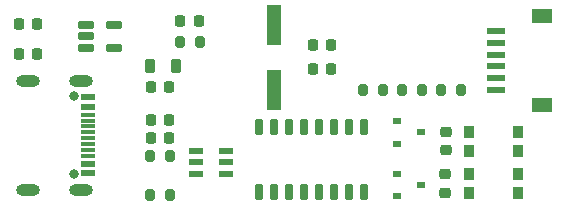
<source format=gts>
G04 #@! TF.GenerationSoftware,KiCad,Pcbnew,7.0.2*
G04 #@! TF.CreationDate,2023-10-30T14:31:13+01:00*
G04 #@! TF.ProjectId,programmer_board,70726f67-7261-46d6-9d65-725f626f6172,rev?*
G04 #@! TF.SameCoordinates,Original*
G04 #@! TF.FileFunction,Soldermask,Top*
G04 #@! TF.FilePolarity,Negative*
%FSLAX46Y46*%
G04 Gerber Fmt 4.6, Leading zero omitted, Abs format (unit mm)*
G04 Created by KiCad (PCBNEW 7.0.2) date 2023-10-30 14:31:13*
%MOMM*%
%LPD*%
G01*
G04 APERTURE LIST*
G04 Aperture macros list*
%AMRoundRect*
0 Rectangle with rounded corners*
0 $1 Rounding radius*
0 $2 $3 $4 $5 $6 $7 $8 $9 X,Y pos of 4 corners*
0 Add a 4 corners polygon primitive as box body*
4,1,4,$2,$3,$4,$5,$6,$7,$8,$9,$2,$3,0*
0 Add four circle primitives for the rounded corners*
1,1,$1+$1,$2,$3*
1,1,$1+$1,$4,$5*
1,1,$1+$1,$6,$7*
1,1,$1+$1,$8,$9*
0 Add four rect primitives between the rounded corners*
20,1,$1+$1,$2,$3,$4,$5,0*
20,1,$1+$1,$4,$5,$6,$7,0*
20,1,$1+$1,$6,$7,$8,$9,0*
20,1,$1+$1,$8,$9,$2,$3,0*%
G04 Aperture macros list end*
%ADD10R,1.550000X0.600000*%
%ADD11R,1.800000X1.200000*%
%ADD12R,0.800000X0.600000*%
%ADD13R,0.900000X1.000000*%
%ADD14RoundRect,0.200000X-0.200000X-0.275000X0.200000X-0.275000X0.200000X0.275000X-0.200000X0.275000X0*%
%ADD15RoundRect,0.225000X0.225000X0.250000X-0.225000X0.250000X-0.225000X-0.250000X0.225000X-0.250000X0*%
%ADD16RoundRect,0.049600X-0.260400X0.605400X-0.260400X-0.605400X0.260400X-0.605400X0.260400X0.605400X0*%
%ADD17RoundRect,0.060000X-0.615000X0.240000X-0.615000X-0.240000X0.615000X-0.240000X0.615000X0.240000X0*%
%ADD18RoundRect,0.040600X-0.564400X-0.249400X0.564400X-0.249400X0.564400X0.249400X-0.564400X0.249400X0*%
%ADD19RoundRect,0.200000X0.200000X0.275000X-0.200000X0.275000X-0.200000X-0.275000X0.200000X-0.275000X0*%
%ADD20RoundRect,0.225000X0.250000X-0.225000X0.250000X0.225000X-0.250000X0.225000X-0.250000X-0.225000X0*%
%ADD21RoundRect,0.225000X-0.225000X-0.250000X0.225000X-0.250000X0.225000X0.250000X-0.225000X0.250000X0*%
%ADD22RoundRect,0.218750X-0.218750X-0.256250X0.218750X-0.256250X0.218750X0.256250X-0.218750X0.256250X0*%
%ADD23C,0.800000*%
%ADD24R,1.250000X0.600000*%
%ADD25R,1.250000X0.300000*%
%ADD26O,2.000000X1.000000*%
%ADD27RoundRect,0.218750X-0.218750X-0.381250X0.218750X-0.381250X0.218750X0.381250X-0.218750X0.381250X0*%
%ADD28R,1.200000X3.500000*%
G04 APERTURE END LIST*
D10*
X125254000Y-92162000D03*
X125254000Y-91162000D03*
X125254000Y-90162000D03*
X125254000Y-89162000D03*
X125254000Y-88162000D03*
X125254000Y-87162000D03*
D11*
X129129000Y-93462000D03*
X129129000Y-85862000D03*
D12*
X116846000Y-99271500D03*
X116846000Y-101171500D03*
X118866000Y-100221500D03*
D13*
X127049000Y-99314000D03*
X122949000Y-99314000D03*
X127049000Y-100914000D03*
X122949000Y-100914000D03*
D14*
X95949000Y-101092000D03*
X97599000Y-101092000D03*
D15*
X97549000Y-94742000D03*
X95999000Y-94742000D03*
D14*
X98489000Y-88138000D03*
X100139000Y-88138000D03*
X95949000Y-97790000D03*
X97599000Y-97790000D03*
D16*
X114046000Y-95294000D03*
X112776000Y-95294000D03*
X111506000Y-95294000D03*
X110236000Y-95294000D03*
X108966000Y-95294000D03*
X107696000Y-95294000D03*
X106426000Y-95294000D03*
X105156000Y-95294000D03*
X105156000Y-100794000D03*
X106426000Y-100794000D03*
X107696000Y-100794000D03*
X108966000Y-100794000D03*
X110236000Y-100794000D03*
X111506000Y-100794000D03*
X112776000Y-100794000D03*
X114046000Y-100794000D03*
D15*
X86373000Y-89124000D03*
X84823000Y-89124000D03*
D17*
X90509000Y-86680000D03*
X90509000Y-87630000D03*
X90509000Y-88580000D03*
X92879000Y-88580000D03*
X92879000Y-86680000D03*
D18*
X99837000Y-97348000D03*
X99837000Y-98298000D03*
X99837000Y-99248000D03*
X102347000Y-99248000D03*
X102347000Y-98298000D03*
X102347000Y-97348000D03*
D14*
X113983000Y-92202000D03*
X115633000Y-92202000D03*
D13*
X127063500Y-95720000D03*
X122963500Y-95720000D03*
X127063500Y-97320000D03*
X122963500Y-97320000D03*
D19*
X118935000Y-92202000D03*
X117285000Y-92202000D03*
D20*
X120967500Y-97270000D03*
X120967500Y-95720000D03*
X120949500Y-100851000D03*
X120949500Y-99301000D03*
D21*
X95999000Y-91948000D03*
X97549000Y-91948000D03*
D15*
X86373000Y-86614000D03*
X84823000Y-86614000D03*
D12*
X116846000Y-94808000D03*
X116846000Y-96708000D03*
X118866000Y-95758000D03*
D14*
X120587000Y-92202000D03*
X122237000Y-92202000D03*
D15*
X111265000Y-90424000D03*
X109715000Y-90424000D03*
D22*
X98501000Y-86360000D03*
X100076000Y-86360000D03*
D15*
X97549000Y-96266000D03*
X95999000Y-96266000D03*
D23*
X89538000Y-92696500D03*
X89538000Y-99296500D03*
D24*
X90673000Y-92796500D03*
X90673000Y-93596500D03*
D25*
X90673000Y-94746500D03*
X90673000Y-95746500D03*
X90673000Y-96246500D03*
X90673000Y-97246500D03*
D24*
X90673000Y-99196500D03*
X90673000Y-98396500D03*
D25*
X90673000Y-97746500D03*
X90673000Y-96746500D03*
X90673000Y-95246500D03*
X90673000Y-94246500D03*
D26*
X85598000Y-91386500D03*
X85598000Y-100606500D03*
X90098000Y-91386500D03*
X90098000Y-100606500D03*
D27*
X95965500Y-90170000D03*
X98090500Y-90170000D03*
D15*
X111265000Y-88392000D03*
X109715000Y-88392000D03*
D28*
X106426000Y-86658000D03*
X106426000Y-92158000D03*
M02*

</source>
